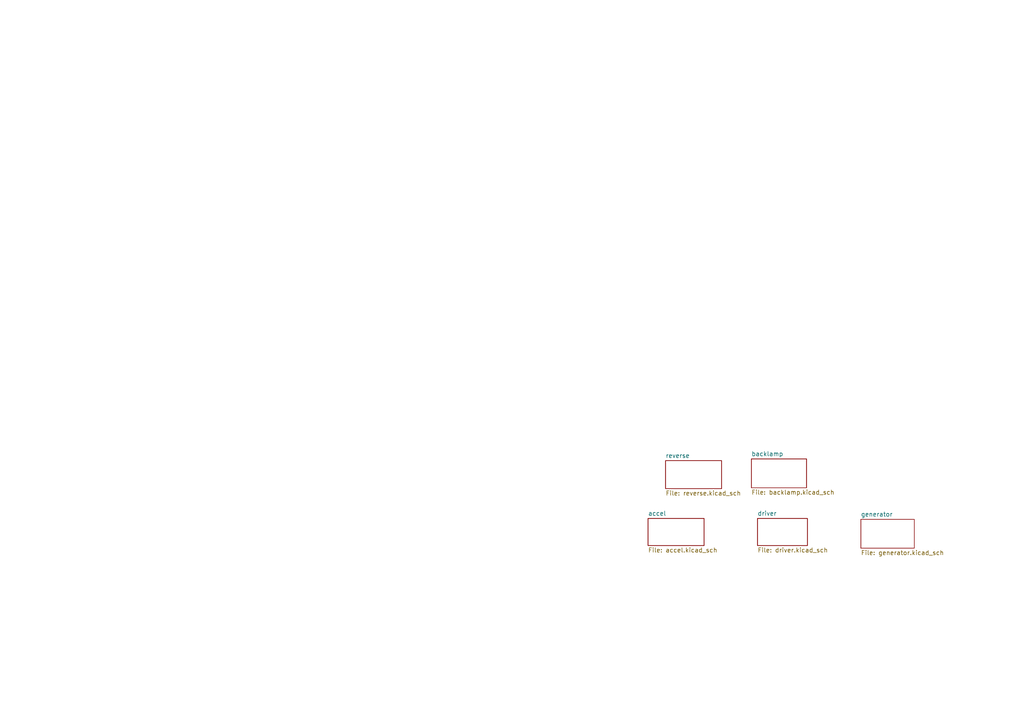
<source format=kicad_sch>
(kicad_sch (version 20211123) (generator eeschema)
  (paper "A4")
  (lib_symbols)
  (sheet (at 249.682 150.622) (size 15.494 8.382) (stroke (width 0.1524))
    (property "Sheet name" "generator" (at 249.682 149.9104 0) (effects (justify left bottom)))
    (property "Sheet file" "generator.kicad_sch" (at 249.682 159.5886 0) (effects (justify left top)))
  )
  (sheet (at 193.04 133.604) (size 16.256 8.128) (stroke (width 0.1524))
    (property "Sheet name" "reverse" (at 193.04 132.8924 0) (effects (justify left bottom)))
    (property "Sheet file" "reverse.kicad_sch" (at 193.04 142.3166 0) (effects (justify left top)))
  )
  (sheet (at 187.96 150.368) (size 16.256 7.874) (stroke (width 0.1524))
    (property "Sheet name" "accel" (at 187.96 149.6564 0) (effects (justify left bottom)))
    (property "Sheet file" "accel.kicad_sch" (at 187.96 158.8266 0) (effects (justify left top)))
  )
  (sheet (at 217.932 133.096) (size 16.002 8.382) (stroke (width 0.1524))
    (property "Sheet name" "backlamp" (at 217.932 132.3844 0) (effects (justify left bottom)))
    (property "Sheet file" "backlamp.kicad_sch" (at 217.932 142.0626 0) (effects (justify left top)))
  )
  (sheet (at 219.71 150.368) (size 14.478 7.874) (stroke (width 0.1524))
    (property "Sheet name" "driver" (at 219.71 149.6564 0) (effects (justify left bottom)))
    (property "Sheet file" "driver.kicad_sch" (at 219.71 158.8266 0) (effects (justify left top)))
  )
)
</source>
